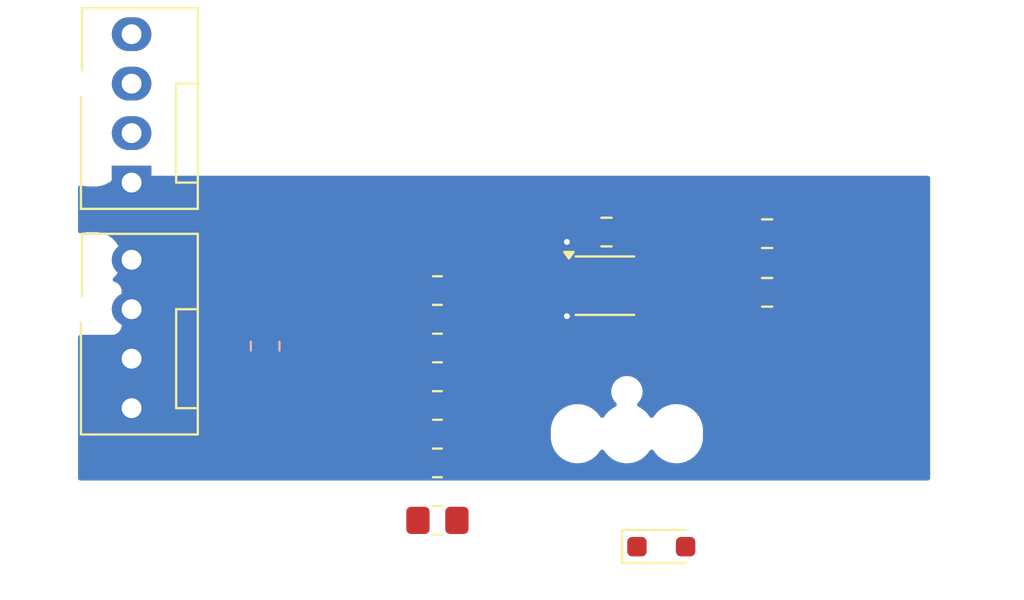
<source format=kicad_pcb>
(kicad_pcb (version 20240108) (generator "pcbnew") (generator_version "8.0")
  (layers (0 "F.Cu" signal) (31 "B.Cu" signal) (34 "B.Paste" user) (35 "F.Paste" user) (36 "B.SilkS" user "B.Silkscreen") (37 "F.SilkS" user "F.Silkscreen") (38 "B.Mask" user) (39 "F.Mask" user) (44 "Edge.Cuts" user))
  (net 0 "")
  (net 1 "Net-(U1A-+)")
  (net 2 "GND")
  (net 3 "Net-(C2-Pad1)")
  (net 4 "VDD")
  (net 5 "Net-(U1A--)")
  (net 7 "Net-(J1-Pin_1)")
  (net 8 "/passthrough")
  (net 9 "Net-(J2-Pin_3)")
  (footprint "Capacitor_SMD:C_0805_2012Metric_Pad1.18x1.45mm_HandSolder" (layer "F.Cu") (at 64.383 27.9864)
    (property "Reference" "C2" (hide yes))
    (property "Value" "220n")
    (fp_line (start -0.261252 -0.735) (end 0.261252 -0.735) (stroke (width 0.12)) (layer "F.SilkS"))
    (fp_line (start -0.261252 0.735) (end 0.261252 0.735) (stroke (width 0.12)) (layer "F.SilkS"))
    (pad "1" smd roundrect (at -1.0375 0) (size 1.175 1.45) (layers "F.Cu" "F.Paste" "F.Mask") (roundrect_rratio 0.212766) (net 3 "Net-(C2-Pad1)"))
    (pad "2" smd roundrect (at 1.0375 0) (size 1.175 1.45) (layers "F.Cu" "F.Paste" "F.Mask") (roundrect_rratio 0.212766) (net 2 "GND"))
  )
  (footprint "Capacitor_SMD:C_0805_2012Metric_Pad1.18x1.45mm_HandSolder" (layer "F.Cu") (at 56.134 24.892 180)
    (property "Reference" "C3" (hide yes))
    (property "Value" "100n")
    (fp_line (start -0.261252 0.735) (end 0.261252 0.735) (stroke (width 0.12)) (layer "F.SilkS"))
    (fp_line (start -0.261252 -0.735) (end 0.261252 -0.735) (stroke (width 0.12)) (layer "F.SilkS"))
    (pad "1" smd roundrect (at -1.0375 0 180) (size 1.175 1.45) (layers "F.Cu" "F.Paste" "F.Mask") (roundrect_rratio 0.212766) (net 4 "VDD"))
    (pad "2" smd roundrect (at 1.0375 0 180) (size 1.175 1.45) (layers "F.Cu" "F.Paste" "F.Mask") (roundrect_rratio 0.212766) (net 2 "GND"))
  )
  (footprint "Package_SO:SSOP-8_2.95x2.8mm_P0.65mm" (layer "F.Cu") (at 56.056 27.645)
    (property "Reference" "U1" (hide yes))
    (property "Value" "LM393")
    (fp_line (start 1.5 -1.5) (end -1.5 -1.5) (stroke (width 0.12)) (layer "F.SilkS"))
    (fp_line (start 1.5 1.5) (end -1.5 1.5) (stroke (width 0.12)) (layer "F.SilkS"))
    (fp_poly (pts (xy -1.85 -1.4) (xy -2.09 -1.73) (xy -1.61 -1.73) (xy -1.85 -1.4)) (stroke (width 0.12)) (fill solid) (layer "F.SilkS"))
    (pad "1" smd rect (at -1.7 -0.975 270) (size 0.3 1.6) (layers "F.Cu" "F.Paste" "F.Mask") (net 9 "Net-(J2-Pin_3)"))
    (pad "2" smd rect (at -1.7 -0.325 270) (size 0.3 1.6) (layers "F.Cu" "F.Paste" "F.Mask") (net 5 "Net-(U1A--)"))
    (pad "3" smd rect (at -1.7 0.325 270) (size 0.3 1.6) (layers "F.Cu" "F.Paste" "F.Mask") (net 1 "Net-(U1A-+)"))
    (pad "4" smd rect (at -1.7 0.975 270) (size 0.3 1.6) (layers "F.Cu" "F.Paste" "F.Mask") (net 2 "GND"))
    (pad "5" smd rect (at 1.7 0.975 270) (size 0.3 1.6) (layers "F.Cu" "F.Paste" "F.Mask") (net 5 "Net-(U1A--)"))
    (pad "6" smd rect (at 1.7 0.325 270) (size 0.3 1.6) (layers "F.Cu" "F.Paste" "F.Mask") (net 1 "Net-(U1A-+)"))
    (pad "7" smd rect (at 1.7 -0.325 270) (size 0.3 1.6) (layers "F.Cu" "F.Paste" "F.Mask"))
    (pad "8" smd rect (at 1.7 -0.975 270) (size 0.3 1.6) (layers "F.Cu" "F.Paste" "F.Mask") (net 4 "VDD"))
  )
  (footprint "Connector:FanPinHeader_1x04_P2.54mm_Vertical" (layer "F.Cu") (at 31.75 33.9344 90)
    (property "Reference" "J1" (hide yes))
    (property "Value" "Conn_01x04")
    (fp_line (start -1.35 -2.6) (end 4.4 -2.6) (stroke (width 0.12)) (layer "F.SilkS"))
    (fp_line (start 8.95 -2.55) (end 8.95 3.4) (stroke (width 0.12)) (layer "F.SilkS"))
    (fp_line (start 5.75 -2.55) (end 8.95 -2.55) (stroke (width 0.12)) (layer "F.SilkS"))
    (fp_line (start 5.08 2.29) (end 5.08 3.3) (stroke (width 0.12)) (layer "F.SilkS"))
    (fp_line (start 0 2.29) (end 5.08 2.29) (stroke (width 0.12)) (layer "F.SilkS"))
    (fp_line (start 0 3.3) (end 0 2.29) (stroke (width 0.12)) (layer "F.SilkS"))
    (fp_line (start 8.95 3.4) (end -1.35 3.4) (stroke (width 0.12)) (layer "F.SilkS"))
    (fp_line (start -1.35 3.4) (end -1.35 -2.6) (stroke (width 0.12)) (layer "F.SilkS"))
    (pad "" np_thru_hole circle (at 5.08 -2.16 180) (size 1.1 1.1) (drill 1.1) (layers "*.Cu" "*.Mask"))
    (pad "1" thru_hole rect (at 0 0 180) (size 2.03 1.73) (drill 1.02) (layers "*.Cu" "*.Mask") (net 7 "Net-(J1-Pin_1)"))
    (pad "2" thru_hole oval (at 2.54 0 180) (size 2.03 1.73) (drill 1.02) (layers "*.Cu" "*.Mask") (net 4 "VDD"))
    (pad "3" thru_hole oval (at 5.08 0 180) (size 2.03 1.73) (drill 1.02) (layers "*.Cu" "*.Mask") (net 2 "GND"))
    (pad "4" thru_hole oval (at 7.62 0 180) (size 2.03 1.73) (drill 1.02) (layers "*.Cu" "*.Mask") (net 8 "/passthrough"))
  )
  (footprint "Capacitor_SMD:C_0805_2012Metric_Pad1.18x1.45mm_HandSolder" (layer "F.Cu") (at 64.383 24.9764)
    (property "Reference" "C1" (hide yes))
    (property "Value" "220n")
    (fp_line (start -0.261252 -0.735) (end 0.261252 -0.735) (stroke (width 0.12)) (layer "F.SilkS"))
    (fp_line (start -0.261252 0.735) (end 0.261252 0.735) (stroke (width 0.12)) (layer "F.SilkS"))
    (pad "1" smd roundrect (at -1.0375 0) (size 1.175 1.45) (layers "F.Cu" "F.Paste" "F.Mask") (roundrect_rratio 0.212766) (net 1 "Net-(U1A-+)"))
    (pad "2" smd roundrect (at 1.0375 0) (size 1.175 1.45) (layers "F.Cu" "F.Paste" "F.Mask") (roundrect_rratio 0.212766) (net 2 "GND"))
  )
  (footprint "Diode_SMD:D_SOD-323_HandSoldering" (layer "F.Cu") (at 58.948 41.0464)
    (property "Reference" "D2" (hide yes))
    (property "Value" "1N914BWS")
    (fp_line (start -2.01 -0.85) (end -2.01 0.85) (stroke (width 0.12)) (layer "F.SilkS"))
    (fp_line (start -2.01 -0.85) (end 1.25 -0.85) (stroke (width 0.12)) (layer "F.SilkS"))
    (fp_line (start -2.01 0.85) (end 1.25 0.85) (stroke (width 0.12)) (layer "F.SilkS"))
    (pad "1" smd roundrect (at -1.25 0) (size 1 1) (layers "F.Cu" "F.Paste" "F.Mask") (net 3 "Net-(C2-Pad1)"))
    (pad "2" smd roundrect (at 1.25 0) (size 1 1) (layers "F.Cu" "F.Paste" "F.Mask") (net 7 "Net-(J1-Pin_1)"))
  )
  (footprint "Resistor_SMD:R_0805_2012Metric_Pad1.20x1.40mm_HandSolder" (layer "F.Cu") (at 47.453 30.8464)
    (property "Reference" "R3" (hide yes))
    (property "Value" "220K")
    (fp_line (start -0.227064 -0.735) (end 0.227064 -0.735) (stroke (width 0.12)) (layer "F.SilkS"))
    (fp_line (start -0.227064 0.735) (end 0.227064 0.735) (stroke (width 0.12)) (layer "F.SilkS"))
    (pad "1" smd roundrect (at -1 0) (size 1.2 1.4) (layers "F.Cu" "F.Paste" "F.Mask") (roundrect_rratio 0.208333) (net 7 "Net-(J1-Pin_1)"))
    (pad "2" smd roundrect (at 1 0) (size 1.2 1.4) (layers "F.Cu" "F.Paste" "F.Mask") (roundrect_rratio 0.208333) (net 1 "Net-(U1A-+)"))
  )
  (footprint "Resistor_SMD:R_0805_2012Metric_Pad1.20x1.40mm_HandSolder" (layer "F.Cu") (at 47.453 36.7464)
    (property "Reference" "R5" (hide yes))
    (property "Value" "220K")
    (fp_line (start -0.227064 -0.735) (end 0.227064 -0.735) (stroke (width 0.12)) (layer "F.SilkS"))
    (fp_line (start -0.227064 0.735) (end 0.227064 0.735) (stroke (width 0.12)) (layer "F.SilkS"))
    (pad "1" smd roundrect (at -1 0) (size 1.2 1.4) (layers "F.Cu" "F.Paste" "F.Mask") (roundrect_rratio 0.208333) (net 3 "Net-(C2-Pad1)"))
    (pad "2" smd roundrect (at 1 0) (size 1.2 1.4) (layers "F.Cu" "F.Paste" "F.Mask") (roundrect_rratio 0.208333) (net 5 "Net-(U1A--)"))
  )
  (footprint "Resistor_SMD:R_0805_2012Metric_Pad1.20x1.40mm_HandSolder" (layer "F.Cu") (at 47.453 39.6964)
    (property "Reference" "R6" (hide yes))
    (property "Value" "220K")
    (fp_line (start -0.227064 -0.735) (end 0.227064 -0.735) (stroke (width 0.12)) (layer "F.SilkS"))
    (fp_line (start -0.227064 0.735) (end 0.227064 0.735) (stroke (width 0.12)) (layer "F.SilkS"))
    (pad "1" smd roundrect (at -1 0) (size 1.2 1.4) (layers "F.Cu" "F.Paste" "F.Mask") (roundrect_rratio 0.208333) (net 5 "Net-(U1A--)"))
    (pad "2" smd roundrect (at 1 0) (size 1.2 1.4) (layers "F.Cu" "F.Paste" "F.Mask") (roundrect_rratio 0.208333) (net 2 "GND"))
  )
  (footprint "Resistor_SMD:R_0805_2012Metric_Pad1.20x1.40mm_HandSolder" (layer "F.Cu") (at 47.453 27.8964)
    (property "Reference" "R2" (hide yes))
    (property "Value" "4M7")
    (fp_line (start -0.227064 -0.735) (end 0.227064 -0.735) (stroke (width 0.12)) (layer "F.SilkS"))
    (fp_line (start -0.227064 0.735) (end 0.227064 0.735) (stroke (width 0.12)) (layer "F.SilkS"))
    (pad "1" smd roundrect (at -1 0) (size 1.2 1.4) (layers "F.Cu" "F.Paste" "F.Mask") (roundrect_rratio 0.208333) (net 4 "VDD"))
    (pad "2" smd roundrect (at 1 0) (size 1.2 1.4) (layers "F.Cu" "F.Paste" "F.Mask") (roundrect_rratio 0.208333) (net 1 "Net-(U1A-+)"))
  )
  (footprint "Resistor_SMD:R_0805_2012Metric_Pad1.20x1.40mm_HandSolder" (layer "F.Cu") (at 47.453 33.7964)
    (property "Reference" "R4" (hide yes))
    (property "Value" "220K")
    (fp_line (start -0.227064 -0.735) (end 0.227064 -0.735) (stroke (width 0.12)) (layer "F.SilkS"))
    (fp_line (start -0.227064 0.735) (end 0.227064 0.735) (stroke (width 0.12)) (layer "F.SilkS"))
    (pad "1" smd roundrect (at -1 0) (size 1.2 1.4) (layers "F.Cu" "F.Paste" "F.Mask") (roundrect_rratio 0.208333) (net 1 "Net-(U1A-+)"))
    (pad "2" smd roundrect (at 1 0) (size 1.2 1.4) (layers "F.Cu" "F.Paste" "F.Mask") (roundrect_rratio 0.208333) (net 2 "GND"))
  )
  (footprint "Connector:FanPinHeader_1x04_P2.54mm_Vertical" (layer "F.Cu") (at 31.75 22.352 90)
    (property "Reference" "J2" (hide yes))
    (property "Value" "Conn_01x04")
    (fp_line (start -1.35 -2.6) (end 4.4 -2.6) (stroke (width 0.12)) (layer "F.SilkS"))
    (fp_line (start 8.95 -2.55) (end 8.95 3.4) (stroke (width 0.12)) (layer "F.SilkS"))
    (fp_line (start 5.75 -2.55) (end 8.95 -2.55) (stroke (width 0.12)) (layer "F.SilkS"))
    (fp_line (start 5.08 2.29) (end 5.08 3.3) (stroke (width 0.12)) (layer "F.SilkS"))
    (fp_line (start 0 2.29) (end 5.08 2.29) (stroke (width 0.12)) (layer "F.SilkS"))
    (fp_line (start 0 3.3) (end 0 2.29) (stroke (width 0.12)) (layer "F.SilkS"))
    (fp_line (start 8.95 3.4) (end -1.35 3.4) (stroke (width 0.12)) (layer "F.SilkS"))
    (fp_line (start -1.35 3.4) (end -1.35 -2.6) (stroke (width 0.12)) (layer "F.SilkS"))
    (pad "" np_thru_hole circle (at 5.08 -2.16 180) (size 1.1 1.1) (drill 1.1) (layers "*.Cu" "*.Mask"))
    (pad "1" thru_hole rect (at 0 0 180) (size 2.03 1.73) (drill 1.02) (layers "*.Cu" "*.Mask") (net 2 "GND"))
    (pad "2" thru_hole oval (at 2.54 0 180) (size 2.03 1.73) (drill 1.02) (layers "*.Cu" "*.Mask") (net 4 "VDD"))
    (pad "3" thru_hole oval (at 5.08 0 180) (size 2.03 1.73) (drill 1.02) (layers "*.Cu" "*.Mask") (net 9 "Net-(J2-Pin_3)"))
    (pad "4" thru_hole oval (at 7.62 0 180) (size 2.03 1.73) (drill 1.02) (layers "*.Cu" "*.Mask") (net 8 "/passthrough"))
  )
  (footprint "Resistor_SMD:R_0805_2012Metric_Pad1.20x1.40mm_HandSolder" (layer "B.Cu") (at 38.608 30.75 90)
    (property "Reference" "R1" (hide yes))
    (property "Value" "4K7")
    (fp_line (start 0.227064 -0.735) (end -0.227064 -0.735) (stroke (width 0.12)) (layer "B.SilkS"))
    (fp_line (start 0.227064 0.735) (end -0.227064 0.735) (stroke (width 0.12)) (layer "B.SilkS"))
    (pad "1" smd roundrect (at -1 0 90) (size 1.2 1.4) (layers "B.Cu" "B.Paste" "B.Mask") (roundrect_rratio 0.208333) (net 7 "Net-(J1-Pin_1)"))
    (pad "2" smd roundrect (at 1 0 90) (size 1.2 1.4) (layers "B.Cu" "B.Paste" "B.Mask") (roundrect_rratio 0.208333) (net 4 "VDD"))
  )
  (segment (start 54.61 24.892) (end 54.102 25.4) (width 0.2) (layer "F.Cu") (net 2))
  (segment (start 54.356 28.62) (end 54.356 28.956) (width 0.2) (layer "F.Cu") (net 2))
  (segment (start 54.356 28.956) (end 54.102 29.21) (width 0.2) (layer "F.Cu") (net 2))
  (segment (start 55.0965 24.892) (end 54.61 24.892) (width 0.2) (layer "F.Cu") (net 2))
  (via (at 54.102 25.4) (size 0.6) (drill 0.3) (layers "F.Cu" "B.Cu") (net 2))
  (via (at 54.102 29.21) (size 0.6) (drill 0.3) (layers "F.Cu" "B.Cu") (net 2))
  (segment (start 57.1715 26.0855) (end 57.756 26.67) (width 0.2) (layer "F.Cu") (net 4))
  (segment (start 57.1715 24.892) (end 57.1715 26.0855) (width 0.2) (layer "F.Cu") (net 4))
  (zone (net 2) (net_name "GND") (layer "B.Cu") (connect_pads yes (clearance 0.5)) (min_thickness 0.25) (fill yes (thermal_gap 0.5) (thermal_bridge_width 0.5))
    (polygon (pts (xy 24.9936 16.4084) (xy 24.9936 39.5732) (xy 27.3812 41.9608) (xy 75.0316 41.9608) (xy 77.5716 39.4208) (xy 77.5716 17.8308) (xy 73.2536 13.5128) (xy 27.8892 13.5128)))
  )
)
</source>
